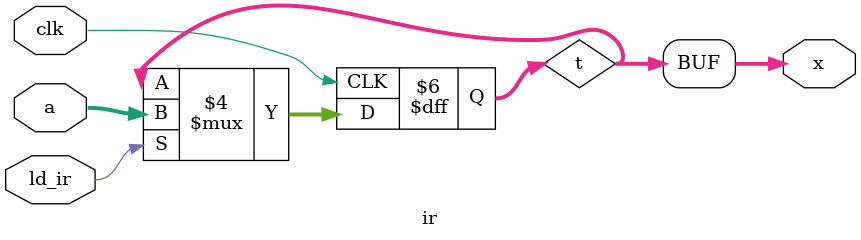
<source format=v>
module ir(ld_ir,clk,a,x);
input ld_ir,clk;
input [7:0]a;
output [7:0]x;
reg [7:0] t=8'b00000000;
always @(negedge clk)
begin
	if(ld_ir==1'b1)
		t<=a;
end
assign x=t;
endmodule 
</source>
